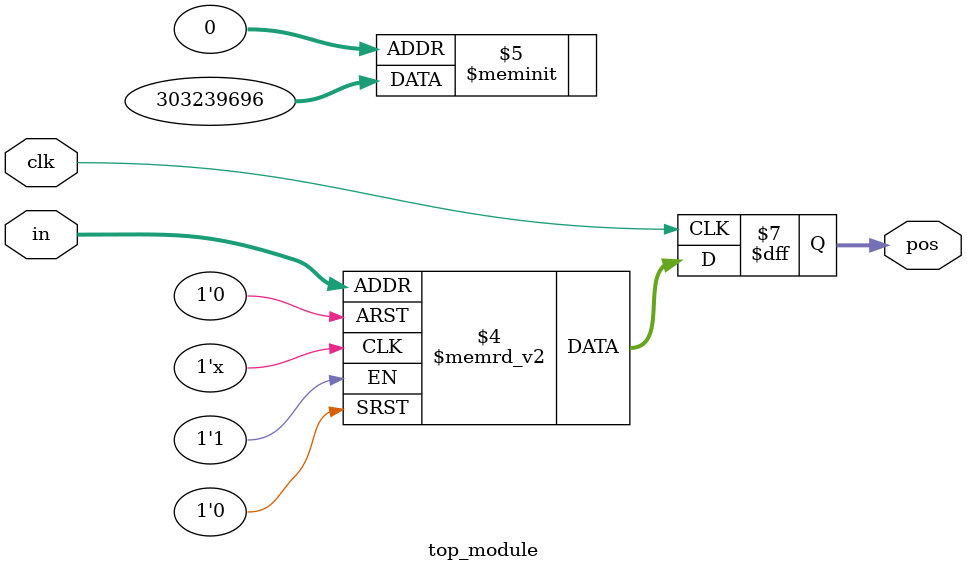
<source format=sv>
module top_module (
	input wire [3:0] in,
	input wire clk,
	output reg [1:0] pos
);
    always @ (posedge clk) begin
        case (in)
            4'b0000: pos <= 2'b00;
            4'b0001: pos <= 2'b00;
            4'b0010: pos <= 2'b01;
            4'b0011: pos <= 2'b00;
            4'b0100: pos <= 2'b10;
            4'b0101: pos <= 2'b00;
            4'b0110: pos <= 2'b01;
            4'b0111: pos <= 2'b00;
            4'b1000: pos <= 2'b11;
            4'b1001: pos <= 2'b00;
            4'b1010: pos <= 2'b01;
            4'b1011: pos <= 2'b00;
            4'b1100: pos <= 2'b10;
            4'b1101: pos <= 2'b00;
            4'b1110: pos <= 2'b01;
            4'b1111: pos <= 2'b00;
            default: pos <= 2'b00;
        endcase
    end
endmodule

</source>
